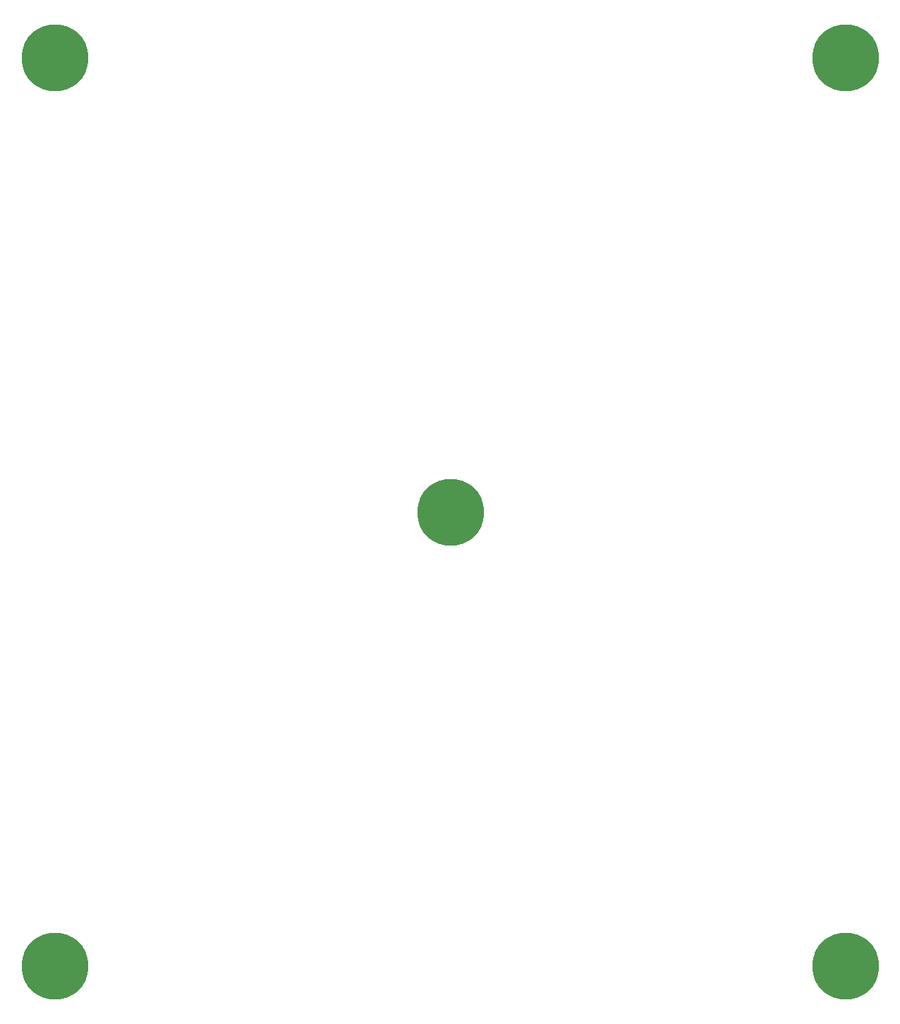
<source format=gbl>
G04 Layer_Physical_Order=2*
G04 Layer_Color=16711680*
%FSLAX24Y24*%
%MOIN*%
G70*
G01*
G75*
%ADD20C,0.3150*%
D20*
X102953Y65354D02*
D03*
X121614Y86811D02*
D03*
Y43898D02*
D03*
X84252Y86811D02*
D03*
X84252Y43898D02*
D03*
M02*

</source>
